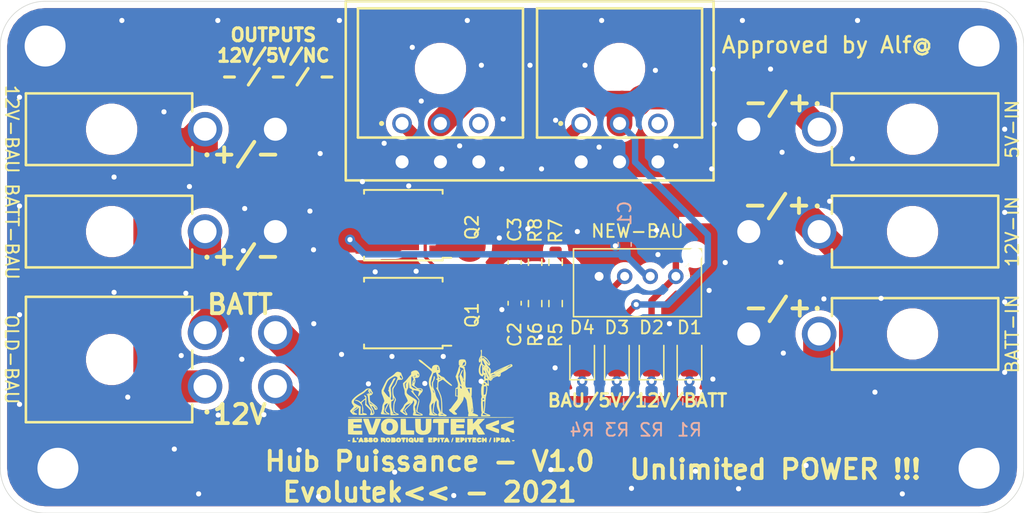
<source format=kicad_pcb>
(kicad_pcb (version 20171130) (host pcbnew "(5.1.8)-1")
  (layers (0 F.Cu signal) (31 B.Cu signal) (34 B.Paste user) (35 F.Paste user) (36 B.SilkS user) (37 F.SilkS user) (38 B.Mask user) (39 F.Mask user) (44 Edge.Cuts user))
  (net 0 "")
  (net 1 /12V-BAU)
  (net 2 GND)
  (net 3 +12V)
  (net 4 +5V)
  (net 5 /BATT-BAU)
  (net 6 +BATT)
  (net 7 "Net-(C2-Pad1)")
  (net 8 "Net-(D1-Pad1)")
  (net 9 "Net-(D2-Pad1)")
  (net 10 "Net-(D3-Pad1)")
  (net 11 "Net-(D4-Pad1)")
  (net 12 /BAU)
  (net 13 "Net-(OUT1-Pad3)")
  (net 14 "Net-(OUT2-Pad3)")
  (net 15 "Net-(C3-Pad1)")
  (module ComponentsEvo:logo-evo-min (layer F.Cu) (at 53.76 50.73)
    (fp_text reference G*** hide)
    (fp_text value LOGO hide)
  )
  (module ConnectorsEvo:649002227222 (layer F.Cu) (at 28.5 38 270)
    (fp_text reference BATT-BAU (at 0 7.6 270 unlocked) (layer F.SilkS))
    (fp_text value Conn_01x02_Male)
    (pad None np_thru_hole circle (at 0 -0.2 270) (size 3 3) (drill 3) (layers *.Cu *.Mask))
    (pad 2 thru_hole circle (at 0 -13 270) (size 2.7 2.7) (drill 1.8) (layers *.Cu *.Mask) (net 2 GND))
    (pad 1 thru_hole circle (at 0 -7.5 270) (size 2.7 2.7) (drill 1.8) (layers *.Cu *.Mask) (net 5 /BATT-BAU))
  )
  (module MountingHole:MountingHole_3.2mm_M3_DIN965_Pad (layer F.Cu) (at 24.5 56.5)
    (fp_text reference REF** hide)
    (fp_text value MountingHole_3.2mm_M3_DIN965_Pad)
    (pad 1 thru_hole circle (at 0 0) (size 5.6 5.6) (drill 3.2) (layers *.Cu *.Mask) (net 2 GND))
  )
  (module ConnectorsEvo:B04B-PASK (layer F.Cu) (at 69.8 41.5)
    (fp_text reference NEW-BAU (at 0 -3.54) (layer F.SilkS))
    (fp_text value Conn_01x04_Male)
    (fp_text user 1 (at 4 -0.5) (layer F.SilkS) (effects (font (thickness 0.015))))
    (pad None np_thru_hole circle (at 4.5 -1.7) (size 1.1 1.1) (drill 1.1) (layers *.Cu *.Mask))
    (pad 4 thru_hole circle (at -3 0) (size 1.208 1.208) (drill 0.7) (layers *.Cu *.Mask) (net 2 GND))
    (pad 3 thru_hole circle (at -1 0) (size 1.208 1.208) (drill 0.7) (layers *.Cu *.Mask) (net 12 /BAU))
    (pad 2 thru_hole circle (at 1 0) (size 1.208 1.208) (drill 0.7) (layers *.Cu *.Mask) (net 1 /12V-BAU))
    (pad 1 thru_hole circle (at 3 0) (size 1.208 1.208) (drill 0.7) (layers *.Cu *.Mask) (net 3 +12V))
  )
  (module ComponentsEvo:PowerPak-SO8_5.15x6.15mm_Pitch1.27mm (layer F.Cu) (at 51.5 44.37 180)
    (fp_text reference Q1 (at -5.3675 -0.1644 90) (layer F.SilkS))
    (fp_text value Si7997DP)
    (pad 1 smd rect (at -2.885 -1.905 180) (size 1.7 0.65) (layers F.Cu F.Paste F.Mask) (net 6 +BATT))
    (pad 2 smd rect (at -2.885 -0.635 180) (size 1.7 0.65) (layers F.Cu F.Paste F.Mask) (net 7 "Net-(C2-Pad1)"))
    (pad 3 smd rect (at -2.885 0.635 180) (size 1.7 0.65) (layers F.Cu F.Paste F.Mask) (net 6 +BATT))
    (pad 4 smd rect (at -2.885 1.905 180) (size 1.7 0.65) (layers F.Cu F.Paste F.Mask) (net 7 "Net-(C2-Pad1)"))
    (pad 5 smd rect (at 2.885 1.905 180) (size 1.7 0.65) (layers F.Cu F.Paste F.Mask) (net 5 /BATT-BAU))
    (pad 5 smd rect (at 2.885 0.635 180) (size 1.7 0.65) (layers F.Cu F.Paste F.Mask) (net 5 /BATT-BAU))
    (pad 6 smd rect (at 2.885 -0.635 180) (size 1.7 0.65) (layers F.Cu F.Paste F.Mask) (net 5 /BATT-BAU))
    (pad 6 smd rect (at 2.885 -1.905 180) (size 1.7 0.65) (layers F.Cu F.Paste F.Mask) (net 5 /BATT-BAU))
    (pad 6 smd rect (at 0.68 -1.13 180) (size 3.81 1.65) (layers F.Cu F.Paste F.Mask) (net 5 /BATT-BAU))
    (pad 5 smd rect (at 0.68 1.14 180) (size 3.81 1.65) (layers F.Cu F.Paste F.Mask) (net 5 /BATT-BAU))
  )
  (module MountingHole:MountingHole_3.2mm_M3_DIN965_Pad (layer F.Cu) (at 23.5 23.5)
    (fp_text reference REF** hide)
    (fp_text value MountingHole_3.2mm_M3_DIN965_Pad)
    (pad 1 thru_hole circle (at 0 0) (size 5.6 5.6) (drill 3.2) (layers *.Cu *.Mask) (net 2 GND))
  )
  (module MountingHole:MountingHole_3.2mm_M3_DIN965_Pad (layer F.Cu) (at 96.5 23.5)
    (fp_text reference REF** hide)
    (fp_text value MountingHole_3.2mm_M3_DIN965_Pad)
    (pad 1 thru_hole circle (at 0 0) (size 5.6 5.6) (drill 3.2) (layers *.Cu *.Mask) (net 2 GND))
  )
  (module MountingHole:MountingHole_3.2mm_M3_DIN965_Pad (layer F.Cu) (at 96.5 56.5)
    (fp_text reference REF** hide)
    (fp_text value MountingHole_3.2mm_M3_DIN965_Pad)
    (pad 1 thru_hole circle (at 0 0) (size 5.6 5.6) (drill 3.2) (layers *.Cu *.Mask) (net 2 GND))
  )
  (module ConnectorsEvo:649002227222 (layer F.Cu) (at 28.5 30 270)
    (fp_text reference 12V-BAU (at 0 7.6 270 unlocked) (layer F.SilkS))
    (fp_text value Conn_01x02_Male)
    (pad 1 thru_hole circle (at 0 -7.5 270) (size 2.7 2.7) (drill 1.8) (layers *.Cu *.Mask) (net 1 /12V-BAU))
    (pad 2 thru_hole circle (at 0 -13 270) (size 2.7 2.7) (drill 1.8) (layers *.Cu *.Mask) (net 2 GND))
    (pad None np_thru_hole circle (at 0 -0.2 270) (size 3 3) (drill 3) (layers *.Cu *.Mask))
  )
  (module ConnectorsEvo:649002227222 (layer F.Cu) (at 91.5 38 90)
    (fp_text reference 12V-IN (at 0 7.6 90) (layer F.SilkS))
    (fp_text value Conn_01x02_Male)
    (pad None np_thru_hole circle (at 0 -0.2 90) (size 3 3) (drill 3) (layers *.Cu *.Mask))
    (pad 2 thru_hole circle (at 0 -13 90) (size 2.7 2.7) (drill 1.8) (layers *.Cu *.Mask) (net 2 GND))
    (pad 1 thru_hole circle (at 0 -7.5 90) (size 2.7 2.7) (drill 1.8) (layers *.Cu *.Mask) (net 3 +12V))
  )
  (module ConnectorsEvo:649002227222 (layer F.Cu) (at 91.5 30 90)
    (fp_text reference 5V-IN (at 0 7.6 90) (layer F.SilkS))
    (fp_text value Conn_01x02_Male)
    (pad 1 thru_hole circle (at 0 -7.5 90) (size 2.7 2.7) (drill 1.8) (layers *.Cu *.Mask) (net 4 +5V))
    (pad 2 thru_hole circle (at 0 -13 90) (size 2.7 2.7) (drill 1.8) (layers *.Cu *.Mask) (net 2 GND))
    (pad None np_thru_hole circle (at 0 -0.2 90) (size 3 3) (drill 3) (layers *.Cu *.Mask))
  )
  (module ConnectorsEvo:649002227222 (layer F.Cu) (at 91.5 46 90)
    (fp_text reference BATT-IN (at 0 7.6 90) (layer F.SilkS))
    (fp_text value Conn_01x02_Male)
    (pad None np_thru_hole circle (at 0 -0.2 90) (size 3 3) (drill 3) (layers *.Cu *.Mask))
    (pad 2 thru_hole circle (at 0 -13 90) (size 2.7 2.7) (drill 1.8) (layers *.Cu *.Mask) (net 2 GND))
    (pad 1 thru_hole circle (at 0 -7.5 90) (size 2.7 2.7) (drill 1.8) (layers *.Cu *.Mask) (net 6 +BATT))
  )
  (module Capacitor_SMD:C_0603_1608Metric (layer B.Cu) (at 68.8 39 270)
    (fp_text reference C1 (at -2.425 0 270) (layer B.SilkS) (effects (justify mirror)))
    (fp_text value 100nF)
    (pad 2 smd roundrect (at 0.775 0 270) (size 0.9 0.95) (layers B.Cu B.Paste B.Mask) (net 1 /12V-BAU))
    (pad 1 smd roundrect (at -0.775 0 270) (size 0.9 0.95) (layers B.Cu B.Paste B.Mask) (net 2 GND))
  )
  (module Capacitor_SMD:C_0603_1608Metric (layer F.Cu) (at 60.2 43.6 270)
    (fp_text reference C2 (at 2.45 0 90) (layer F.SilkS))
    (fp_text value 100nF)
    (pad 1 smd roundrect (at -0.775 0 270) (size 0.9 0.95) (layers F.Cu F.Paste F.Mask) (net 7 "Net-(C2-Pad1)"))
    (pad 2 smd roundrect (at 0.775 0 270) (size 0.9 0.95) (layers F.Cu F.Paste F.Mask) (net 2 GND))
  )
  (module LED_SMD:LED_0805_2012Metric (layer F.Cu) (at 73.862 47.9 90)
    (fp_text reference D1 (at 2.4 0 180) (layer F.SilkS))
    (fp_text value RED)
    (pad 2 smd roundrect (at 0.9375 0 90) (size 0.975 1.4) (layers F.Cu F.Paste F.Mask) (net 6 +BATT))
    (pad 1 smd roundrect (at -0.9375 0 90) (size 0.975 1.4) (layers F.Cu F.Paste F.Mask) (net 8 "Net-(D1-Pad1)"))
  )
  (module LED_SMD:LED_0805_2012Metric (layer F.Cu) (at 70.9 47.9 90)
    (fp_text reference D2 (at 2.4 0 180) (layer F.SilkS))
    (fp_text value RED)
    (pad 1 smd roundrect (at -0.9375 0 90) (size 0.975 1.4) (layers F.Cu F.Paste F.Mask) (net 9 "Net-(D2-Pad1)"))
    (pad 2 smd roundrect (at 0.9375 0 90) (size 0.975 1.4) (layers F.Cu F.Paste F.Mask) (net 3 +12V))
  )
  (module LED_SMD:LED_0805_2012Metric (layer F.Cu) (at 68.192 47.9 90)
    (fp_text reference D3 (at 2.4 0 180) (layer F.SilkS))
    (fp_text value RED)
    (pad 2 smd roundrect (at 0.9375 0 90) (size 0.975 1.4) (layers F.Cu F.Paste F.Mask) (net 4 +5V))
    (pad 1 smd roundrect (at -0.9375 0 90) (size 0.975 1.4) (layers F.Cu F.Paste F.Mask) (net 10 "Net-(D3-Pad1)"))
  )
  (module LED_SMD:LED_0805_2012Metric (layer F.Cu) (at 65.476 47.9 90)
    (fp_text reference D4 (at 2.4 0 180) (layer F.SilkS))
    (fp_text value YELLOW)
    (pad 1 smd roundrect (at -0.9375 0 90) (size 0.975 1.4) (layers F.Cu F.Paste F.Mask) (net 11 "Net-(D4-Pad1)"))
    (pad 2 smd roundrect (at 0.9375 0 90) (size 0.975 1.4) (layers F.Cu F.Paste F.Mask) (net 12 /BAU))
  )
  (module ConnectorsEvo:649004227222 (layer F.Cu) (at 28.5 48 270)
    (fp_text reference OLD-BAU (at 0 7.62 270 unlocked) (layer F.SilkS))
    (fp_text value Conn_01x04_Male)
    (pad None np_thru_hole circle (at 0 -0.2 270) (size 3 3) (drill 3) (layers *.Cu *.Mask))
    (pad 4 thru_hole circle (at -2.1 -13 270) (size 2.7 2.7) (drill 1.8) (layers *.Cu *.Mask) (net 6 +BATT))
    (pad 2 thru_hole circle (at -2.1 -7.5 270) (size 2.7 2.7) (drill 1.8) (layers *.Cu *.Mask) (net 5 /BATT-BAU))
    (pad 3 thru_hole circle (at 2.1 -13 270) (size 2.7 2.7) (drill 1.8) (layers *.Cu *.Mask) (net 3 +12V))
    (pad 1 thru_hole circle (at 2.1 -7.5 270) (size 2.7 2.7) (drill 1.8) (layers *.Cu *.Mask) (net 1 /12V-BAU))
  )
  (module ConnectorsEvo:66200621022 (layer F.Cu) (at 68.4 25.6 180)
    (fp_text reference OUT1 hide)
    (fp_text value Conn_01x06_Male)
    (pad 1 thru_hole circle (at 3 -3.95 180) (size 1.53 1.53) (drill 1.02) (layers *.Cu *.Mask) (net 3 +12V))
    (pad 4 thru_hole circle (at 3 -6.95 180) (size 1.53 1.53) (drill 1.02) (layers *.Cu *.Mask) (net 2 GND))
    (pad 2 thru_hole circle (at 0 -3.95 180) (size 1.53 1.53) (drill 1.02) (layers *.Cu *.Mask) (net 4 +5V))
    (pad 5 thru_hole circle (at 0 -6.95 180) (size 1.53 1.53) (drill 1.02) (layers *.Cu *.Mask) (net 2 GND))
    (pad 3 thru_hole circle (at -3 -3.95 180) (size 1.53 1.53) (drill 1.02) (layers *.Cu *.Mask) (net 13 "Net-(OUT1-Pad3)"))
    (pad 6 thru_hole circle (at -3 -6.95 180) (size 1.53 1.53) (drill 1.02) (layers *.Cu *.Mask) (net 2 GND))
    (pad None np_thru_hole circle (at 0 0.35 180) (size 3 3) (drill 3) (layers *.Cu *.Mask))
  )
  (module ConnectorsEvo:66200621022 (layer F.Cu) (at 54.4 25.6 180)
    (fp_text reference OUT2 hide)
    (fp_text value Conn_01x06_Male)
    (pad None np_thru_hole circle (at 0 0.35 180) (size 3 3) (drill 3) (layers *.Cu *.Mask))
    (pad 6 thru_hole circle (at -3 -6.95 180) (size 1.53 1.53) (drill 1.02) (layers *.Cu *.Mask) (net 2 GND))
    (pad 3 thru_hole circle (at -3 -3.95 180) (size 1.53 1.53) (drill 1.02) (layers *.Cu *.Mask) (net 14 "Net-(OUT2-Pad3)"))
    (pad 5 thru_hole circle (at 0 -6.95 180) (size 1.53 1.53) (drill 1.02) (layers *.Cu *.Mask) (net 2 GND))
    (pad 2 thru_hole circle (at 0 -3.95 180) (size 1.53 1.53) (drill 1.02) (layers *.Cu *.Mask) (net 4 +5V))
    (pad 4 thru_hole circle (at 3 -6.95 180) (size 1.53 1.53) (drill 1.02) (layers *.Cu *.Mask) (net 2 GND))
    (pad 1 thru_hole circle (at 3 -3.95 180) (size 1.53 1.53) (drill 1.02) (layers *.Cu *.Mask) (net 3 +12V))
  )
  (module Resistor_SMD:R_0603_1608Metric (layer B.Cu) (at 73.862 51.3 270)
    (fp_text reference R1 (at 2.2 0) (layer B.SilkS) (effects (justify mirror)))
    (fp_text value 820)
    (pad 2 smd roundrect (at 0.825 0 270) (size 0.8 0.95) (layers B.Cu B.Paste B.Mask) (net 2 GND))
    (pad 1 smd roundrect (at -0.825 0 270) (size 0.8 0.95) (layers B.Cu B.Paste B.Mask) (net 8 "Net-(D1-Pad1)"))
  )
  (module Resistor_SMD:R_0603_1608Metric (layer B.Cu) (at 70.9 51.3 270)
    (fp_text reference R2 (at 2.2 0) (layer B.SilkS) (effects (justify mirror)))
    (fp_text value 510)
    (pad 2 smd roundrect (at 0.825 0 270) (size 0.8 0.95) (layers B.Cu B.Paste B.Mask) (net 2 GND))
    (pad 1 smd roundrect (at -0.825 0 270) (size 0.8 0.95) (layers B.Cu B.Paste B.Mask) (net 9 "Net-(D2-Pad1)"))
  )
  (module Resistor_SMD:R_0603_1608Metric (layer B.Cu) (at 68.192 51.3 270)
    (fp_text reference R3 (at 2.2 0) (layer B.SilkS) (effects (justify mirror)))
    (fp_text value 150)
    (pad 1 smd roundrect (at -0.825 0 270) (size 0.8 0.95) (layers B.Cu B.Paste B.Mask) (net 10 "Net-(D3-Pad1)"))
    (pad 2 smd roundrect (at 0.825 0 270) (size 0.8 0.95) (layers B.Cu B.Paste B.Mask) (net 2 GND))
  )
  (module Resistor_SMD:R_0603_1608Metric (layer B.Cu) (at 65.476 51.3 270)
    (fp_text reference R4 (at 2.2 0) (layer B.SilkS) (effects (justify mirror)))
    (fp_text value 510)
    (pad 2 smd roundrect (at 0.825 0 270) (size 0.8 0.95) (layers B.Cu B.Paste B.Mask) (net 2 GND))
    (pad 1 smd roundrect (at -0.825 0 270) (size 0.8 0.95) (layers B.Cu B.Paste B.Mask) (net 11 "Net-(D4-Pad1)"))
  )
  (module Resistor_SMD:R_0603_1608Metric (layer F.Cu) (at 63.4 43.625 90)
    (fp_text reference R5 (at -2.45 0 270) (layer F.SilkS))
    (fp_text value 10k)
    (pad 1 smd roundrect (at -0.825 0 90) (size 0.8 0.95) (layers F.Cu F.Paste F.Mask) (net 12 /BAU))
    (pad 2 smd roundrect (at 0.825 0 90) (size 0.8 0.95) (layers F.Cu F.Paste F.Mask) (net 7 "Net-(C2-Pad1)"))
  )
  (module Resistor_SMD:R_0603_1608Metric (layer F.Cu) (at 61.8 43.625 270)
    (fp_text reference R6 (at 2.425 0 90) (layer F.SilkS))
    (fp_text value 10k)
    (pad 1 smd roundrect (at -0.825 0 270) (size 0.8 0.95) (layers F.Cu F.Paste F.Mask) (net 7 "Net-(C2-Pad1)"))
    (pad 2 smd roundrect (at 0.825 0 270) (size 0.8 0.95) (layers F.Cu F.Paste F.Mask) (net 2 GND))
  )
  (module Capacitor_SMD:C_0603_1608Metric (layer F.Cu) (at 60.2 40.4 90)
    (fp_text reference C3 (at 2.55 0 90) (layer F.SilkS))
    (fp_text value 100nF)
    (pad 1 smd roundrect (at -0.775 0 90) (size 0.9 0.95) (layers F.Cu F.Paste F.Mask) (net 15 "Net-(C3-Pad1)"))
    (pad 2 smd roundrect (at 0.775 0 90) (size 0.9 0.95) (layers F.Cu F.Paste F.Mask) (net 2 GND))
  )
  (module ComponentsEvo:PowerPak-SO8_5.15x6.15mm_Pitch1.27mm (layer F.Cu) (at 51.5 37.5 180)
    (fp_text reference Q2 (at -5.3675 -0.1644 90) (layer F.SilkS))
    (fp_text value Si7997DP)
    (pad 1 smd rect (at -2.885 -1.905 180) (size 1.7 0.65) (layers F.Cu F.Paste F.Mask) (net 3 +12V))
    (pad 2 smd rect (at -2.885 -0.635 180) (size 1.7 0.65) (layers F.Cu F.Paste F.Mask) (net 15 "Net-(C3-Pad1)"))
    (pad 3 smd rect (at -2.885 0.635 180) (size 1.7 0.65) (layers F.Cu F.Paste F.Mask) (net 3 +12V))
    (pad 4 smd rect (at -2.885 1.905 180) (size 1.7 0.65) (layers F.Cu F.Paste F.Mask) (net 15 "Net-(C3-Pad1)"))
    (pad 5 smd rect (at 2.885 1.905 180) (size 1.7 0.65) (layers F.Cu F.Paste F.Mask) (net 1 /12V-BAU))
    (pad 5 smd rect (at 2.885 0.635 180) (size 1.7 0.65) (layers F.Cu F.Paste F.Mask) (net 1 /12V-BAU))
    (pad 6 smd rect (at 2.885 -0.635 180) (size 1.7 0.65) (layers F.Cu F.Paste F.Mask) (net 1 /12V-BAU))
    (pad 6 smd rect (at 2.885 -1.905 180) (size 1.7 0.65) (layers F.Cu F.Paste F.Mask) (net 1 /12V-BAU))
    (pad 6 smd rect (at 0.68 -1.13 180) (size 3.81 1.65) (layers F.Cu F.Paste F.Mask) (net 1 /12V-BAU))
    (pad 5 smd rect (at 0.68 1.14 180) (size 3.81 1.65) (layers F.Cu F.Paste F.Mask) (net 1 /12V-BAU))
  )
  (module Resistor_SMD:R_0603_1608Metric (layer F.Cu) (at 63.4 40.4 270)
    (fp_text reference R7 (at -2.45 0 90) (layer F.SilkS))
    (fp_text value 10k)
    (pad 2 smd roundrect (at 0.825 0 270) (size 0.8 0.95) (layers F.Cu F.Paste F.Mask) (net 15 "Net-(C3-Pad1)"))
    (pad 1 smd roundrect (at -0.825 0 270) (size 0.8 0.95) (layers F.Cu F.Paste F.Mask) (net 12 /BAU))
  )
  (module Resistor_SMD:R_0603_1608Metric (layer F.Cu) (at 61.8 40.4 90)
    (fp_text reference R8 (at 2.5 0 90) (layer F.SilkS))
    (fp_text value 10k)
    (pad 1 smd roundrect (at -0.825 0 90) (size 0.8 0.95) (layers F.Cu F.Paste F.Mask) (net 15 "Net-(C3-Pad1)"))
    (pad 2 smd roundrect (at 0.825 0 90) (size 0.8 0.95) (layers F.Cu F.Paste F.Mask) (net 2 GND))
  )
  (gr_text +/- (at 80.77 44.11 180) (layer F.SilkS) (effects (font (size 1.5 1.5) (thickness 0.3))))
  (gr_text +/- (at 80.71 36.08 180) (layer F.SilkS) (effects (font (size 1.5 1.5) (thickness 0.3))))
  (gr_text +/- (at 80.75 28.08 180) (layer F.SilkS) (effects (font (size 1.5 1.5) (thickness 0.3))))
  (gr_text 12V (at 38.72 52.29) (layer F.SilkS) (effects (font (size 1.5 1.5) (thickness 0.3))))
  (gr_text BATT (at 38.73 43.7) (layer F.SilkS) (effects (font (size 1.5 1.5) (thickness 0.3))))
  (gr_text +/- (at 39.2 39.87) (layer F.SilkS) (effects (font (size 1.5 1.5) (thickness 0.3))))
  (gr_text +/- (at 39.21 31.88) (layer F.SilkS) (effects (font (size 1.5 1.5) (thickness 0.3))))
  (gr_text "Approved by Alf@" (at 84.61 23.41) (layer F.SilkS) (effects (font (size 1.25 1.25) (thickness 0.2))))
  (gr_text "Unlimited POWER !!!" (at 80.57 56.59) (layer F.SilkS) (effects (font (size 1.5 1.5) (thickness 0.3))))
  (gr_text "OUTPUTS\n12V/5V/NC\n - / - / -" (at 41.34 24.24) (layer F.SilkS) (effects (font (size 1 1) (thickness 0.25))))
  (gr_text "Hub Puissance - V1.0\nEvolutek<< - 2021" (at 53.56 57.16) (layer F.SilkS) (effects (font (size 1.5 1.5) (thickness 0.3))))
  (gr_line (start 47 20) (end 75.75 20) (layer F.SilkS) (width 0.2))
  (gr_line (start 47 34) (end 47 20) (layer F.SilkS) (width 0.2))
  (gr_line (start 75.75 34) (end 47 34) (layer F.SilkS) (width 0.2))
  (gr_line (start 75.75 20) (end 75.75 34) (layer F.SilkS) (width 0.2))
  (gr_text BAU/5V/12V/BATT (at 69.8 51.2) (layer F.SilkS) (effects (font (size 1 1) (thickness 0.2))))
  (gr_arc (start 23.5 56.5) (end 20 56.5) (angle -90) (layer Edge.Cuts) (width 0.05))
  (gr_arc (start 23.5 23.5) (end 23.5 20) (angle -90) (layer Edge.Cuts) (width 0.05))
  (gr_arc (start 96.5 23.5) (end 100 23.5) (angle -90) (layer Edge.Cuts) (width 0.05))
  (gr_arc (start 96.5 56.5) (end 96.5 60) (angle -90) (layer Edge.Cuts) (width 0.05))
  (gr_line (start 20 56.5) (end 20 23.5) (layer Edge.Cuts) (width 0.05))
  (gr_line (start 96.5 60) (end 23.5 60) (layer Edge.Cuts) (width 0.05))
  (gr_line (start 100 23.5) (end 100 56.5) (layer Edge.Cuts) (width 0.05))
  (gr_line (start 23.5 20) (end 96.5 20) (layer Edge.Cuts) (width 0.05))
  (via (at 68.072 39.116) (size 0.8) (drill 0.4) (layers F.Cu B.Cu) (net 2))
  (segment (start 47.26 36.36) (end 46.6 35.7) (width 2) (layer F.Cu) (net 1))
  (segment (start 50.82 36.36) (end 47.26 36.36) (width 2) (layer F.Cu) (net 1))
  (segment (start 47.33 38.63) (end 46.6 37.9) (width 2) (layer F.Cu) (net 1))
  (segment (start 50.82 38.63) (end 47.33 38.63) (width 2) (layer F.Cu) (net 1))
  (segment (start 46.6 35.7) (end 46.6 37.9) (width 2) (layer F.Cu) (net 1))
  (segment (start 70.8 41.5) (end 70.8 41.4) (width 0.5) (layer B.Cu) (net 1))
  (segment (start 70.425 41.4) (end 68.8 39.775) (width 0.5) (layer B.Cu) (net 1))
  (segment (start 70.8 41.4) (end 70.425 41.4) (width 0.5) (layer B.Cu) (net 1))
  (via (at 47.33 38.63) (size 0.8) (drill 0.4) (layers F.Cu B.Cu) (net 1))
  (segment (start 48.475 39.775) (end 47.33 38.63) (width 0.5) (layer B.Cu) (net 1))
  (segment (start 68.8 39.775) (end 48.475 39.775) (width 0.5) (layer B.Cu) (net 1))
  (via (at 35.5 58.5) (size 0.8) (drill 0.4) (layers F.Cu B.Cu) (net 2))
  (via (at 29.5 21.5) (size 0.8) (drill 0.4) (layers F.Cu B.Cu) (net 2))
  (via (at 37 21.5) (size 0.8) (drill 0.4) (layers F.Cu B.Cu) (net 2))
  (via (at 46.5 21.5) (size 0.8) (drill 0.4) (layers F.Cu B.Cu) (net 2))
  (via (at 56.5 21.5) (size 0.8) (drill 0.4) (layers F.Cu B.Cu) (net 2))
  (via (at 67 21.5) (size 0.8) (drill 0.4) (layers F.Cu B.Cu) (net 2))
  (via (at 78 21.5) (size 0.8) (drill 0.4) (layers F.Cu B.Cu) (net 2))
  (via (at 87 21.5) (size 0.8) (drill 0.4) (layers F.Cu B.Cu) (net 2))
  (via (at 98.5 30) (size 0.8) (drill 0.4) (layers F.Cu B.Cu) (net 2))
  (via (at 98.5 36.5) (size 0.8) (drill 0.4) (layers F.Cu B.Cu) (net 2))
  (via (at 98.5 43.5) (size 0.8) (drill 0.4) (layers F.Cu B.Cu) (net 2))
  (via (at 98.5 49) (size 0.8) (drill 0.4) (layers F.Cu B.Cu) (net 2))
  (via (at 90.5 58.5) (size 0.8) (drill 0.4) (layers F.Cu B.Cu) (net 2))
  (via (at 21.5 51.5) (size 0.8) (drill 0.4) (layers F.Cu B.Cu) (net 2))
  (via (at 21.5 44.5) (size 0.8) (drill 0.4) (layers F.Cu B.Cu) (net 2))
  (via (at 21.5 36) (size 0.8) (drill 0.4) (layers F.Cu B.Cu) (net 2))
  (via (at 21.5 27.5) (size 0.8) (drill 0.4) (layers F.Cu B.Cu) (net 2))
  (via (at 65.1 38) (size 0.8) (drill 0.4) (layers F.Cu B.Cu) (net 2))
  (via (at 71.3 37.9) (size 0.8) (drill 0.4) (layers F.Cu B.Cu) (net 2))
  (via (at 72.3 45.2) (size 0.8) (drill 0.4) (layers F.Cu B.Cu) (net 2))
  (via (at 75.692 49.53) (size 0.8) (drill 0.4) (layers F.Cu B.Cu) (net 2))
  (via (at 75.4 42.6) (size 0.8) (drill 0.4) (layers F.Cu B.Cu) (net 2))
  (via (at 81.2 47.5) (size 0.8) (drill 0.4) (layers F.Cu B.Cu) (net 2))
  (via (at 81 40.4) (size 0.8) (drill 0.4) (layers F.Cu B.Cu) (net 2))
  (via (at 59.2 44.1) (size 0.8) (drill 0.4) (layers F.Cu B.Cu) (net 2))
  (via (at 63.36 48.65) (size 0.8) (drill 0.4) (layers F.Cu B.Cu) (net 2))
  (via (at 44.5 45.2) (size 0.8) (drill 0.4) (layers F.Cu B.Cu) (net 2))
  (via (at 38.88 47.98) (size 0.8) (drill 0.4) (layers F.Cu B.Cu) (net 2))
  (via (at 44.87 58.71) (size 0.8) (drill 0.4) (layers F.Cu B.Cu) (net 2))
  (via (at 55.44 58.63) (size 0.8) (drill 0.4) (layers F.Cu B.Cu) (net 2))
  (via (at 69.33 58.07) (size 0.8) (drill 0.4) (layers F.Cu B.Cu) (net 2))
  (via (at 77.7 58.1) (size 0.8) (drill 0.4) (layers F.Cu B.Cu) (net 2))
  (via (at 66.8 31.4) (size 0.8) (drill 0.4) (layers F.Cu B.Cu) (net 2))
  (via (at 72.8 31.3) (size 0.8) (drill 0.4) (layers F.Cu B.Cu) (net 2))
  (via (at 75.6 33.1) (size 0.8) (drill 0.4) (layers F.Cu B.Cu) (net 2))
  (via (at 75.8 29.6) (size 0.8) (drill 0.4) (layers F.Cu B.Cu) (net 2))
  (via (at 55.9 31.3) (size 0.8) (drill 0.4) (layers F.Cu B.Cu) (net 2))
  (via (at 59.2 33.1) (size 0.8) (drill 0.4) (layers F.Cu B.Cu) (net 2))
  (via (at 62.3 33.1) (size 0.8) (drill 0.4) (layers F.Cu B.Cu) (net 2))
  (via (at 63.4 29.3) (size 0.8) (drill 0.4) (layers F.Cu B.Cu) (net 2))
  (via (at 59.3 29.2) (size 0.8) (drill 0.4) (layers F.Cu B.Cu) (net 2))
  (via (at 57.6 25) (size 0.8) (drill 0.4) (layers F.Cu B.Cu) (net 2))
  (via (at 61.4 25) (size 0.8) (drill 0.4) (layers F.Cu B.Cu) (net 2))
  (via (at 65.7 25) (size 0.8) (drill 0.4) (layers F.Cu B.Cu) (net 2))
  (via (at 71.2 25.4) (size 0.8) (drill 0.4) (layers F.Cu B.Cu) (net 2))
  (via (at 75.7 25.3) (size 0.8) (drill 0.4) (layers F.Cu B.Cu) (net 2))
  (via (at 80.2 25.3) (size 0.8) (drill 0.4) (layers F.Cu B.Cu) (net 2))
  (via (at 52.5 41.1) (size 0.8) (drill 0.4) (layers F.Cu B.Cu) (net 2))
  (via (at 49.3 41.148) (size 0.8) (drill 0.4) (layers F.Cu B.Cu) (net 2))
  (via (at 44.48 39.42) (size 0.8) (drill 0.4) (layers F.Cu B.Cu) (net 2))
  (via (at 44.2 36.4) (size 0.8) (drill 0.4) (layers F.Cu B.Cu) (net 2))
  (via (at 39.1 36.2) (size 0.8) (drill 0.4) (layers F.Cu B.Cu) (net 2))
  (via (at 39 39.5) (size 0.8) (drill 0.4) (layers F.Cu B.Cu) (net 2))
  (segment (start 38.140813 34.050001) (end 44.950001 34.050001) (width 2) (layer F.Cu) (net 1))
  (segment (start 36 31.909188) (end 38.140813 34.050001) (width 2) (layer F.Cu) (net 1))
  (segment (start 44.950001 34.050001) (end 46.6 35.7) (width 2) (layer F.Cu) (net 1))
  (segment (start 36 30) (end 36 31.909188) (width 2) (layer F.Cu) (net 1))
  (segment (start 36 50.1) (end 32.890001 50.1) (width 2.5) (layer F.Cu) (net 1))
  (segment (start 31.650001 48.86) (end 31.650001 32.110001) (width 2.5) (layer F.Cu) (net 1))
  (segment (start 32.890001 50.1) (end 31.650001 48.86) (width 2.5) (layer F.Cu) (net 1))
  (segment (start 34.839999 31.160001) (end 36 30) (width 2.5) (layer F.Cu) (net 1))
  (segment (start 32.600001 31.160001) (end 34.839999 31.160001) (width 2.5) (layer F.Cu) (net 1))
  (segment (start 31.650001 32.110001) (end 32.600001 31.160001) (width 2.5) (layer F.Cu) (net 1))
  (via (at 45 31.9) (size 0.8) (drill 0.4) (layers F.Cu B.Cu) (net 2))
  (via (at 48.3 34.1) (size 0.8) (drill 0.4) (layers F.Cu B.Cu) (net 2))
  (via (at 51.92 34.43) (size 0.8) (drill 0.4) (layers F.Cu B.Cu) (net 2))
  (via (at 50 31.1) (size 0.8) (drill 0.4) (layers F.Cu B.Cu) (net 2))
  (via (at 52.9 27.8) (size 0.8) (drill 0.4) (layers F.Cu B.Cu) (net 2))
  (via (at 52.2 23.6) (size 0.8) (drill 0.4) (layers F.Cu B.Cu) (net 2))
  (via (at 59 38.5) (size 0.8) (drill 0.4) (layers F.Cu B.Cu) (net 2))
  (via (at 71.4 39.8) (size 0.8) (drill 0.4) (layers F.Cu B.Cu) (net 2))
  (via (at 86.6 32.3) (size 0.8) (drill 0.4) (layers F.Cu B.Cu) (net 2))
  (via (at 81.1 31.8) (size 0.8) (drill 0.4) (layers F.Cu B.Cu) (net 2))
  (via (at 37.03 52.34) (size 0.8) (drill 0.4) (layers F.Cu B.Cu) (net 2))
  (via (at 32.79 28.64) (size 0.8) (drill 0.4) (layers F.Cu B.Cu) (net 2))
  (via (at 84.82 35.63) (size 0.8) (drill 0.4) (layers F.Cu B.Cu) (net 2))
  (via (at 76.66 40.42) (size 0.8) (drill 0.4) (layers F.Cu B.Cu) (net 2))
  (via (at 62.23 46.228) (size 0.8) (drill 0.4) (layers F.Cu B.Cu) (net 2))
  (via (at 61.23 37.78) (size 0.8) (drill 0.4) (layers F.Cu B.Cu) (net 2))
  (via (at 40.6 52.31) (size 0.8) (drill 0.4) (layers F.Cu B.Cu) (net 2))
  (via (at 43.36 55.07) (size 0.8) (drill 0.4) (layers F.Cu B.Cu) (net 2))
  (via (at 50.82 56.8) (size 0.8) (drill 0.4) (layers F.Cu B.Cu) (net 2))
  (via (at 63.03 56.61) (size 0.8) (drill 0.4) (layers F.Cu B.Cu) (net 2))
  (via (at 82.98 56.28) (size 0.8) (drill 0.4) (layers F.Cu B.Cu) (net 2))
  (via (at 88.36 50.55) (size 0.8) (drill 0.4) (layers F.Cu B.Cu) (net 2))
  (via (at 88.84 43.22) (size 0.8) (drill 0.4) (layers F.Cu B.Cu) (net 2))
  (via (at 84.37 43.26) (size 0.8) (drill 0.4) (layers F.Cu B.Cu) (net 2))
  (via (at 57.58 49.7) (size 0.8) (drill 0.4) (layers F.Cu B.Cu) (net 2))
  (via (at 54.62 47.76) (size 0.8) (drill 0.4) (layers F.Cu B.Cu) (net 2))
  (via (at 50.61 47.76) (size 0.8) (drill 0.4) (layers F.Cu B.Cu) (net 2))
  (via (at 48.77 49.9) (size 0.8) (drill 0.4) (layers F.Cu B.Cu) (net 2))
  (via (at 53.18 49.87) (size 0.8) (drill 0.4) (layers F.Cu B.Cu) (net 2))
  (via (at 46.67 47.6) (size 0.8) (drill 0.4) (layers F.Cu B.Cu) (net 2))
  (via (at 34.14 47.69) (size 0.8) (drill 0.4) (layers F.Cu B.Cu) (net 2))
  (via (at 34.5 42.82) (size 0.8) (drill 0.4) (layers F.Cu B.Cu) (net 2))
  (via (at 34.78 34.48) (size 0.8) (drill 0.4) (layers F.Cu B.Cu) (net 2))
  (via (at 28.89 42.75) (size 0.8) (drill 0.4) (layers F.Cu B.Cu) (net 2))
  (via (at 28.89 33.74) (size 0.8) (drill 0.4) (layers F.Cu B.Cu) (net 2))
  (via (at 29.96 50.94) (size 0.8) (drill 0.4) (layers F.Cu B.Cu) (net 2))
  (via (at 33.6 55) (size 0.8) (drill 0.4) (layers F.Cu B.Cu) (net 2))
  (via (at 74.33 56.73) (size 0.8) (drill 0.4) (layers F.Cu B.Cu) (net 2))
  (segment (start 52.934999 33.253201) (end 54.251797 34.569999) (width 1) (layer F.Cu) (net 3))
  (segment (start 52.934999 31.084999) (end 52.934999 33.253201) (width 1) (layer F.Cu) (net 3))
  (segment (start 51.4 29.55) (end 52.934999 31.084999) (width 1) (layer F.Cu) (net 3))
  (segment (start 63.934999 34.665001) (end 63.1 35.5) (width 1) (layer F.Cu) (net 3))
  (segment (start 63.934999 31.015001) (end 63.934999 34.665001) (width 1) (layer F.Cu) (net 3))
  (segment (start 65.4 29.55) (end 63.934999 31.015001) (width 1) (layer F.Cu) (net 3))
  (segment (start 63.1 35.5) (end 59 35.5) (width 2.5) (layer F.Cu) (net 3))
  (segment (start 72.8 35.6) (end 72.9 35.5) (width 0.5) (layer F.Cu) (net 3))
  (segment (start 72.9 35.5) (end 63.1 35.5) (width 2.5) (layer F.Cu) (net 3))
  (segment (start 72.8 41.5) (end 72.8 35.6) (width 0.5) (layer F.Cu) (net 3))
  (segment (start 70.9 43.4) (end 72.8 41.5) (width 0.5) (layer F.Cu) (net 3))
  (segment (start 59 35.5) (end 58.9 35.5) (width 2.5) (layer F.Cu) (net 3))
  (segment (start 58.9 35.5) (end 58.1 35.5) (width 2.5) (layer F.Cu) (net 3))
  (segment (start 58.1 35.5) (end 56.685001 36.914999) (width 2.5) (layer F.Cu) (net 3))
  (segment (start 56.685001 36.914999) (end 56.685001 39.114999) (width 2.5) (layer F.Cu) (net 3))
  (segment (start 56.635002 36.865) (end 56.685001 36.914999) (width 1) (layer F.Cu) (net 3))
  (segment (start 54.385 36.865) (end 56.635002 36.865) (width 1) (layer F.Cu) (net 3))
  (segment (start 56.395 39.405) (end 56.685001 39.114999) (width 1) (layer F.Cu) (net 3))
  (segment (start 54.385 39.405) (end 56.395 39.405) (width 1) (layer F.Cu) (net 3))
  (segment (start 57.969999 34.569999) (end 58.9 35.5) (width 1) (layer F.Cu) (net 3))
  (segment (start 54.251797 34.569999) (end 57.969999 34.569999) (width 1) (layer F.Cu) (net 3))
  (segment (start 81.199999 35.199999) (end 84 38) (width 2.5) (layer F.Cu) (net 3))
  (segment (start 77.155999 35.199999) (end 81.199999 35.199999) (width 2.5) (layer F.Cu) (net 3))
  (segment (start 76.755998 35.6) (end 77.155999 35.199999) (width 2.5) (layer F.Cu) (net 3))
  (segment (start 72.8 35.6) (end 76.755998 35.6) (width 2.5) (layer F.Cu) (net 3))
  (segment (start 86.550001 40.550001) (end 84 38) (width 2) (layer F.Cu) (net 3))
  (segment (start 86.550001 49.414836) (end 86.550001 40.550001) (width 2) (layer F.Cu) (net 3))
  (segment (start 81.414827 54.55001) (end 86.550001 49.414836) (width 2) (layer F.Cu) (net 3))
  (segment (start 45.95001 54.55001) (end 81.414827 54.55001) (width 2) (layer F.Cu) (net 3))
  (segment (start 41.5 50.1) (end 45.95001 54.55001) (width 2) (layer F.Cu) (net 3))
  (segment (start 70.9 46.9625) (end 70.9 43.4) (width 0.5) (layer F.Cu) (net 3))
  (segment (start 56.75 27.2) (end 54.4 29.55) (width 2) (layer F.Cu) (net 4))
  (segment (start 65.958202 27.2) (end 56.75 27.2) (width 2) (layer F.Cu) (net 4))
  (segment (start 66.758202 28) (end 65.958202 27.2) (width 2) (layer F.Cu) (net 4))
  (segment (start 68.4 28.2) (end 68.6 28) (width 2) (layer F.Cu) (net 4))
  (segment (start 68.4 29.55) (end 68.4 28.2) (width 2) (layer F.Cu) (net 4))
  (segment (start 68.6 28) (end 66.758202 28) (width 2) (layer F.Cu) (net 4))
  (via (at 69.7 43.7) (size 0.8) (drill 0.4) (layers F.Cu B.Cu) (net 4))
  (segment (start 68.7 44.7) (end 69.7 43.7) (width 0.5) (layer F.Cu) (net 4))
  (segment (start 69.615001 30.765001) (end 68.4 29.55) (width 0.5) (layer B.Cu) (net 4))
  (segment (start 69.615001 32.563203) (end 69.615001 30.765001) (width 0.5) (layer B.Cu) (net 4))
  (segment (start 75.300001 38.248203) (end 69.615001 32.563203) (width 0.5) (layer B.Cu) (net 4))
  (segment (start 75.300001 40.559921) (end 75.300001 38.248203) (width 0.5) (layer B.Cu) (net 4))
  (segment (start 72.159922 43.7) (end 75.300001 40.559921) (width 0.5) (layer B.Cu) (net 4))
  (segment (start 69.7 43.7) (end 72.159922 43.7) (width 0.5) (layer B.Cu) (net 4))
  (segment (start 81.584999 27.584999) (end 84 30) (width 2) (layer F.Cu) (net 4))
  (segment (start 69.646002 28) (end 70.061003 27.584999) (width 2) (layer F.Cu) (net 4))
  (segment (start 68.6 28) (end 69.646002 28) (width 2) (layer F.Cu) (net 4))
  (segment (start 81.449999 27.449999) (end 81.584999 27.584999) (width 2) (layer F.Cu) (net 4))
  (segment (start 70.360001 27.449999) (end 81.449999 27.449999) (width 2) (layer F.Cu) (net 4))
  (segment (start 69.81 28) (end 70.360001 27.449999) (width 2) (layer F.Cu) (net 4))
  (segment (start 69.646002 28) (end 69.81 28) (width 2) (layer F.Cu) (net 4))
  (segment (start 68.192 45.208) (end 68.7 44.7) (width 0.5) (layer F.Cu) (net 4))
  (segment (start 68.192 46.9625) (end 68.192 45.208) (width 0.5) (layer F.Cu) (net 4))
  (segment (start 48.4 45.5) (end 50.82 45.5) (width 2.5) (layer F.Cu) (net 5))
  (segment (start 36 39.909188) (end 36 38) (width 2.5) (layer F.Cu) (net 5))
  (segment (start 44.470001 41.950001) (end 38.040813 41.950001) (width 2.5) (layer F.Cu) (net 5))
  (segment (start 45.75 43.23) (end 44.470001 41.950001) (width 2.5) (layer F.Cu) (net 5))
  (segment (start 38.040813 41.950001) (end 36 39.909188) (width 2.5) (layer F.Cu) (net 5))
  (segment (start 38.040813 43.469187) (end 38.040813 41.950001) (width 2.5) (layer F.Cu) (net 5))
  (segment (start 36 45.51) (end 38.040813 43.469187) (width 2.5) (layer F.Cu) (net 5))
  (segment (start 36 45.9) (end 36 45.51) (width 2.5) (layer F.Cu) (net 5))
  (segment (start 46.13 43.23) (end 45.75 43.23) (width 2.5) (layer F.Cu) (net 5))
  (segment (start 48.4 43.52) (end 48.11 43.23) (width 2.5) (layer F.Cu) (net 5))
  (segment (start 48.4 45.5) (end 48.4 43.52) (width 2.5) (layer F.Cu) (net 5))
  (segment (start 48.11 43.23) (end 46.13 43.23) (width 2.5) (layer F.Cu) (net 5))
  (segment (start 50.82 43.23) (end 48.11 43.23) (width 2.5) (layer F.Cu) (net 5))
  (segment (start 56.735 45.385) (end 57.625 46.275) (width 2.5) (layer F.Cu) (net 6))
  (segment (start 57.625 46.275) (end 58.275 46.275) (width 1) (layer F.Cu) (net 6))
  (segment (start 54.385 46.275) (end 57.625 46.275) (width 1) (layer F.Cu) (net 6))
  (segment (start 54.385 43.735) (end 56.735 43.735) (width 1) (layer F.Cu) (net 6))
  (segment (start 57.625 46.275) (end 62.650001 51.300001) (width 2.5) (layer F.Cu) (net 6))
  (segment (start 61.25 49.9) (end 62.650001 51.300001) (width 2.5) (layer F.Cu) (net 6))
  (segment (start 62.650001 51.300001) (end 62.650001 51.650001) (width 2.5) (layer F.Cu) (net 6))
  (segment (start 62.650001 51.650001) (end 63.1 52.1) (width 2.5) (layer F.Cu) (net 6))
  (segment (start 74.25001 51.94999) (end 74.1 52.1) (width 0.5) (layer F.Cu) (net 6))
  (segment (start 74.1 52.1) (end 80.4 52.1) (width 2.5) (layer F.Cu) (net 6))
  (segment (start 84 48.5) (end 80.4 52.1) (width 2.5) (layer F.Cu) (net 6))
  (segment (start 84 46) (end 84 48.5) (width 2.5) (layer F.Cu) (net 6))
  (segment (start 47.7 52.1) (end 41.5 45.9) (width 2.5) (layer F.Cu) (net 6))
  (segment (start 63.1 52.1) (end 47.7 52.1) (width 2.5) (layer F.Cu) (net 6))
  (segment (start 56.735 45.385) (end 56.735 43.735) (width 2.5) (layer F.Cu) (net 6))
  (segment (start 72.71199 51.62999) (end 73.182 52.1) (width 0.5) (layer F.Cu) (net 6))
  (segment (start 72.71199 48.11251) (end 72.71199 51.62999) (width 0.5) (layer F.Cu) (net 6))
  (segment (start 73.862 46.9625) (end 72.71199 48.11251) (width 0.5) (layer F.Cu) (net 6))
  (segment (start 73.182 52.1) (end 74.1 52.1) (width 2.5) (layer F.Cu) (net 6))
  (segment (start 63.1 52.1) (end 73.182 52.1) (width 2.5) (layer F.Cu) (net 6))
  (segment (start 61.825 42.775) (end 61.8 42.8) (width 0.25) (layer F.Cu) (net 7))
  (segment (start 63.4 42.775) (end 61.825 42.775) (width 0.25) (layer F.Cu) (net 7))
  (segment (start 60.225 42.8) (end 60.2 42.825) (width 0.25) (layer F.Cu) (net 7))
  (segment (start 61.8 42.8) (end 60.225 42.8) (width 0.25) (layer F.Cu) (net 7))
  (segment (start 54.69001 42.15999) (end 54.385 42.465) (width 0.25) (layer F.Cu) (net 7))
  (segment (start 59.53499 42.15999) (end 54.69001 42.15999) (width 0.25) (layer F.Cu) (net 7))
  (segment (start 60.2 42.825) (end 59.53499 42.15999) (width 0.25) (layer F.Cu) (net 7))
  (segment (start 53.285 45.005) (end 54.385 45.005) (width 0.25) (layer F.Cu) (net 7))
  (segment (start 53.209999 42.540001) (end 53.209999 44.929999) (width 0.25) (layer F.Cu) (net 7))
  (segment (start 53.285 42.465) (end 53.209999 42.540001) (width 0.25) (layer F.Cu) (net 7))
  (segment (start 53.209999 44.929999) (end 53.285 45.005) (width 0.25) (layer F.Cu) (net 7))
  (segment (start 54.385 42.465) (end 53.285 42.465) (width 0.25) (layer F.Cu) (net 7))
  (via (at 73.862 49.7) (size 0.8) (drill 0.4) (layers F.Cu B.Cu) (net 8))
  (segment (start 73.862 48.8375) (end 73.862 49.7) (width 0.5) (layer F.Cu) (net 8))
  (segment (start 73.862 49.7) (end 73.862 50.475) (width 0.5) (layer B.Cu) (net 8))
  (via (at 70.9 49.7) (size 0.8) (drill 0.4) (layers F.Cu B.Cu) (net 9))
  (segment (start 70.9 48.8375) (end 70.9 49.7) (width 0.5) (layer F.Cu) (net 9))
  (segment (start 70.9 49.7) (end 70.9 50.475) (width 0.5) (layer B.Cu) (net 9))
  (via (at 68.192 49.7) (size 0.8) (drill 0.4) (layers F.Cu B.Cu) (net 10))
  (segment (start 68.192 48.8375) (end 68.192 49.7) (width 0.5) (layer F.Cu) (net 10))
  (segment (start 68.192 49.7) (end 68.192 50.475) (width 0.5) (layer B.Cu) (net 10))
  (via (at 65.476 49.7) (size 0.8) (drill 0.4) (layers F.Cu B.Cu) (net 11))
  (segment (start 65.476 48.8375) (end 65.476 49.7) (width 0.5) (layer F.Cu) (net 11))
  (segment (start 65.476 49.7) (end 65.476 50.475) (width 0.5) (layer B.Cu) (net 11))
  (segment (start 65.875 44.425) (end 68.8 41.5) (width 0.5) (layer F.Cu) (net 12))
  (segment (start 64.675 40.85) (end 64.675 44.425) (width 0.5) (layer F.Cu) (net 12))
  (segment (start 63.4 39.575) (end 64.675 40.85) (width 0.5) (layer F.Cu) (net 12))
  (segment (start 64.675 44.425) (end 65.875 44.425) (width 0.5) (layer F.Cu) (net 12))
  (segment (start 63.4 44.425) (end 64.675 44.425) (width 0.5) (layer F.Cu) (net 12))
  (segment (start 65.476 44.824) (end 65.875 44.425) (width 0.5) (layer F.Cu) (net 12))
  (segment (start 65.476 46.9625) (end 65.476 44.824) (width 0.5) (layer F.Cu) (net 12))
  (segment (start 63.4 41.225) (end 61.8 41.225) (width 0.25) (layer F.Cu) (net 15))
  (segment (start 60.25 41.225) (end 60.2 41.175) (width 0.25) (layer F.Cu) (net 15))
  (segment (start 61.8 41.225) (end 60.25 41.225) (width 0.25) (layer F.Cu) (net 15))
  (segment (start 53.894998 38.135) (end 54.385 38.135) (width 0.25) (layer F.Cu) (net 15))
  (segment (start 53.209999 39.990001) (end 53.209999 38.819999) (width 0.25) (layer F.Cu) (net 15))
  (segment (start 54.394998 41.175) (end 53.209999 39.990001) (width 0.25) (layer F.Cu) (net 15))
  (segment (start 60.2 41.175) (end 54.394998 41.175) (width 0.25) (layer F.Cu) (net 15))
  (segment (start 53.209999 38.709999) (end 53.264999 38.764999) (width 0.25) (layer F.Cu) (net 15))
  (segment (start 53.209999 36.279999) (end 53.209999 38.709999) (width 0.25) (layer F.Cu) (net 15))
  (segment (start 53.894998 35.595) (end 53.209999 36.279999) (width 0.25) (layer F.Cu) (net 15))
  (segment (start 54.385 35.595) (end 53.894998 35.595) (width 0.25) (layer F.Cu) (net 15))
  (segment (start 53.264999 38.764999) (end 53.894998 38.135) (width 0.25) (layer F.Cu) (net 15))
  (segment (start 53.209999 38.819999) (end 53.264999 38.764999) (width 0.25) (layer F.Cu) (net 15))
  (zone (net 2) (net_name GND) (layer F.Cu) (connect_pads yes (clearance 0.508)) (min_thickness 0.254) (fill yes (arc_segments 32) (thermal_gap 0.508) (thermal_bridge_width 0.508) (smoothing fillet) (radius 3))
    (polygon (pts (xy 100 60) (xy 20 60) (xy 20 20) (xy 100 20)))
  )
  (zone (net 2) (net_name GND) (layer B.Cu) (connect_pads yes (clearance 0.508)) (min_thickness 0.254) (fill yes (arc_segments 32) (thermal_gap 0.508) (thermal_bridge_width 0.508) (smoothing fillet) (radius 3))
    (polygon (pts (xy 100 60) (xy 20 60) (xy 20 20) (xy 100 20)))
  )
)
</source>
